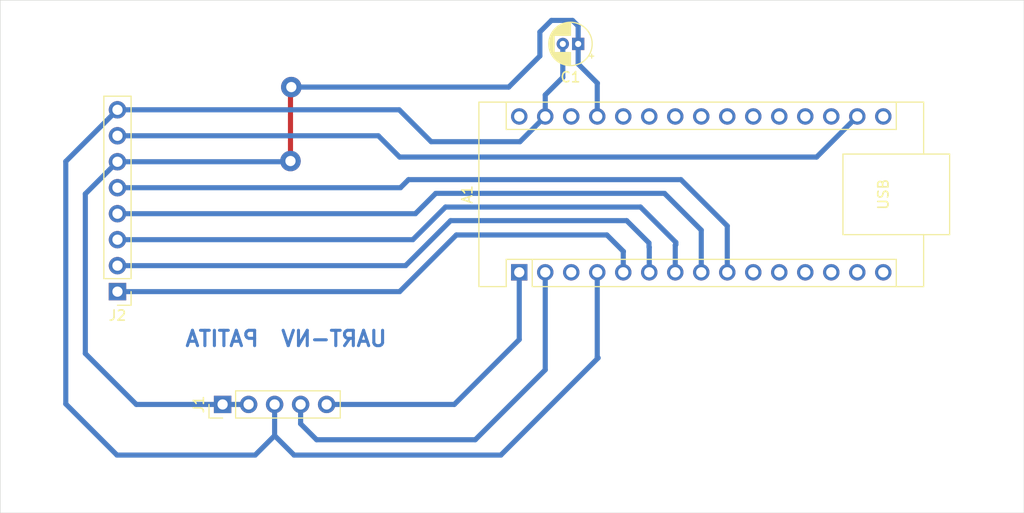
<source format=kicad_pcb>
(kicad_pcb (version 20240108) (generator "pcbnew") (generator_version "8.0")
  (layers (0 "F.Cu" signal) (31 "B.Cu" signal) (34 "B.Paste" user) (35 "F.Paste" user) (36 "B.SilkS" user "B.Silkscreen") (37 "F.SilkS" user "F.Silkscreen") (38 "B.Mask" user) (39 "F.Mask" user) (44 "Edge.Cuts" user))
  (net 0 "")
  (net 1 "D6")
  (net 5 "D2")
  (net 6 "GND")
  (net 9 "3.3V")
  (net 11 "5V")
  (net 16 "D5")
  (net 17 "D3")
  (net 19 "TX")
  (net 22 "D4")
  (net 29 "RX")
  (footprint "Connector_PinHeader_2.54mm:PinHeader_1x08_P2.54mm_Vertical" (layer "F.Cu") (at 98.11 86.85 180)
    (property "Reference" "J2" (at 0 -2.33 180) (layer "F.SilkS"))
    (property "Value" "Conn_01x08")
    (fp_line (start 1.33 1.27) (end 1.33 19.11) (stroke (width 0.12)) (layer "F.SilkS"))
    (fp_line (start -1.33 19.11) (end 1.33 19.11) (stroke (width 0.12)) (layer "F.SilkS"))
    (fp_line (start -1.33 1.27) (end 1.33 1.27) (stroke (width 0.12)) (layer "F.SilkS"))
    (fp_line (start -1.33 1.27) (end -1.33 19.11) (stroke (width 0.12)) (layer "F.SilkS"))
    (fp_line (start -1.33 0) (end -1.33 -1.33) (stroke (width 0.12)) (layer "F.SilkS"))
    (fp_line (start -1.33 -1.33) (end 0 -1.33) (stroke (width 0.12)) (layer "F.SilkS"))
    (pad "1" thru_hole rect (at 0 0 180) (size 1.7 1.7) (drill 1) (layers "*.Cu" "*.Mask") (net 5 "D2"))
    (pad "2" thru_hole oval (at 0 2.54 180) (size 1.7 1.7) (drill 1) (layers "*.Cu" "*.Mask") (net 17 "D3"))
    (pad "3" thru_hole oval (at 0 5.08 180) (size 1.7 1.7) (drill 1) (layers "*.Cu" "*.Mask") (net 22 "D4"))
    (pad "4" thru_hole oval (at 0 7.62 180) (size 1.7 1.7) (drill 1) (layers "*.Cu" "*.Mask") (net 16 "D5"))
    (pad "5" thru_hole oval (at 0 10.16 180) (size 1.7 1.7) (drill 1) (layers "*.Cu" "*.Mask") (net 1 "D6"))
    (pad "6" thru_hole oval (at 0 12.7 180) (size 1.7 1.7) (drill 1) (layers "*.Cu" "*.Mask") (net 11 "5V"))
    (pad "7" thru_hole oval (at 0 15.24 180) (size 1.7 1.7) (drill 1) (layers "*.Cu" "*.Mask") (net 9 "3.3V"))
    (pad "8" thru_hole oval (at 0 17.78 180) (size 1.7 1.7) (drill 1) (layers "*.Cu" "*.Mask") (net 6 "GND"))
  )
  (footprint "Connector_PinHeader_2.54mm:PinHeader_1x05_P2.54mm_Vertical" (layer "F.Cu") (at 108.38 97.88 90)
    (property "Reference" "J1" (at 0 -2.33 -90) (layer "F.SilkS"))
    (property "Value" "Jetson_Header")
    (fp_line (start -1.33 -1.33) (end 0 -1.33) (stroke (width 0.12)) (layer "F.SilkS"))
    (fp_line (start -1.33 0) (end -1.33 -1.33) (stroke (width 0.12)) (layer "F.SilkS"))
    (fp_line (start 1.33 1.27) (end 1.33 11.49) (stroke (width 0.12)) (layer "F.SilkS"))
    (fp_line (start -1.33 1.27) (end 1.33 1.27) (stroke (width 0.12)) (layer "F.SilkS"))
    (fp_line (start -1.33 1.27) (end -1.33 11.49) (stroke (width 0.12)) (layer "F.SilkS"))
    (fp_line (start -1.33 11.49) (end 1.33 11.49) (stroke (width 0.12)) (layer "F.SilkS"))
    (pad "1" thru_hole rect (at 0 0 90) (size 1.7 1.7) (drill 1) (layers "*.Cu" "*.Mask") (net 11 "5V"))
    (pad "2" thru_hole oval (at 0 2.54 90) (size 1.7 1.7) (drill 1) (layers "*.Cu" "*.Mask") (net 11 "5V"))
    (pad "3" thru_hole oval (at 0 5.08 90) (size 1.7 1.7) (drill 1) (layers "*.Cu" "*.Mask") (net 6 "GND"))
    (pad "4" thru_hole oval (at 0 7.62 90) (size 1.7 1.7) (drill 1) (layers "*.Cu" "*.Mask") (net 19 "TX"))
    (pad "5" thru_hole oval (at 0 10.16 90) (size 1.7 1.7) (drill 1) (layers "*.Cu" "*.Mask") (net 29 "RX"))
  )
  (footprint "Module:Arduino_Nano" (layer "F.Cu") (at 137.355199 84.96 90)
    (property "Reference" "A1" (at 7.62 -5.08 -90) (layer "F.SilkS"))
    (property "Value" "Arduino_Nano_v2.x")
    (fp_line (start 16.64 -3.94) (end -1.4 -3.94) (stroke (width 0.12)) (layer "F.SilkS"))
    (fp_line (start -1.4 -3.94) (end -1.4 -1.27) (stroke (width 0.12)) (layer "F.SilkS"))
    (fp_line (start 13.97 -1.27) (end 16.64 -1.27) (stroke (width 0.12)) (layer "F.SilkS"))
    (fp_line (start 13.97 -1.27) (end 13.97 36.83) (stroke (width 0.12)) (layer "F.SilkS"))
    (fp_line (start 1.27 -1.27) (end -1.4 -1.27) (stroke (width 0.12)) (layer "F.SilkS"))
    (fp_line (start 1.27 1.27) (end 1.27 -1.27) (stroke (width 0.12)) (layer "F.SilkS"))
    (fp_line (start 1.27 1.27) (end -1.4 1.27) (stroke (width 0.12)) (layer "F.SilkS"))
    (fp_line (start 1.27 1.27) (end 1.27 36.83) (stroke (width 0.12)) (layer "F.SilkS"))
    (fp_line (start -1.4 1.27) (end -1.4 39.5) (stroke (width 0.12)) (layer "F.SilkS"))
    (fp_line (start 11.56 31.62) (end 11.56 42.04) (stroke (width 0.12)) (layer "F.SilkS"))
    (fp_line (start 3.68 31.62) (end 11.56 31.62) (stroke (width 0.12)) (layer "F.SilkS"))
    (fp_line (start 13.97 36.83) (end 16.64 36.83) (stroke (width 0.12)) (layer "F.SilkS"))
    (fp_line (start 1.27 36.83) (end -1.4 36.83) (stroke (width 0.12)) (layer "F.SilkS"))
    (fp_line (start 16.64 39.5) (end 16.64 -3.94) (stroke (width 0.12)) (layer "F.SilkS"))
    (fp_line (start 16.64 39.5) (end 11.56 39.5) (stroke (width 0.12)) (layer "F.SilkS"))
    (fp_line (start -1.4 39.5) (end 3.68 39.5) (stroke (width 0.12)) (layer "F.SilkS"))
    (fp_line (start 11.56 42.04) (end 3.68 42.04) (stroke (width 0.12)) (layer "F.SilkS"))
    (fp_line (start 3.68 42.04) (end 3.68 31.62) (stroke (width 0.12)) (layer "F.SilkS"))
    (fp_text user "USB" (at 7.62 35.56 90) (layer "F.SilkS"))
    (pad "1" thru_hole rect (at 0 0 90) (size 1.6 1.6) (drill 1) (layers "*.Cu" "*.Mask") (net 29 "RX"))
    (pad "2" thru_hole oval (at 0 2.54 90) (size 1.6 1.6) (drill 1) (layers "*.Cu" "*.Mask") (net 19 "TX"))
    (pad "3" thru_hole oval (at 0 5.08 90) (size 1.6 1.6) (drill 1) (layers "*.Cu" "*.Mask"))
    (pad "4" thru_hole oval (at 0 7.62 90) (size 1.6 1.6) (drill 1) (layers "*.Cu" "*.Mask") (net 6 "GND"))
    (pad "5" thru_hole oval (at 0 10.16 90) (size 1.6 1.6) (drill 1) (layers "*.Cu" "*.Mask") (net 5 "D2"))
    (pad "6" thru_hole oval (at 0 12.7 90) (size 1.6 1.6) (drill 1) (layers "*.Cu" "*.Mask") (net 17 "D3"))
    (pad "7" thru_hole oval (at 0 15.24 90) (size 1.6 1.6) (drill 1) (layers "*.Cu" "*.Mask") (net 22 "D4"))
    (pad "8" thru_hole oval (at 0 17.78 90) (size 1.6 1.6) (drill 1) (layers "*.Cu" "*.Mask") (net 16 "D5"))
    (pad "9" thru_hole oval (at 0 20.32 90) (size 1.6 1.6) (drill 1) (layers "*.Cu" "*.Mask") (net 1 "D6"))
    (pad "10" thru_hole oval (at 0 22.86 90) (size 1.6 1.6) (drill 1) (layers "*.Cu" "*.Mask"))
    (pad "11" thru_hole oval (at 0 25.4 90) (size 1.6 1.6) (drill 1) (layers "*.Cu" "*.Mask"))
    (pad "12" thru_hole oval (at 0 27.94 90) (size 1.6 1.6) (drill 1) (layers "*.Cu" "*.Mask"))
    (pad "13" thru_hole oval (at 0 30.48 90) (size 1.6 1.6) (drill 1) (layers "*.Cu" "*.Mask"))
    (pad "14" thru_hole oval (at 0 33.02 90) (size 1.6 1.6) (drill 1) (layers "*.Cu" "*.Mask"))
    (pad "15" thru_hole oval (at 0 35.56 90) (size 1.6 1.6) (drill 1) (layers "*.Cu" "*.Mask"))
    (pad "16" thru_hole oval (at 15.24 35.56 90) (size 1.6 1.6) (drill 1) (layers "*.Cu" "*.Mask"))
    (pad "17" thru_hole oval (at 15.24 33.02 90) (size 1.6 1.6) (drill 1) (layers "*.Cu" "*.Mask") (net 9 "3.3V"))
    (pad "18" thru_hole oval (at 15.24 30.48 90) (size 1.6 1.6) (drill 1) (layers "*.Cu" "*.Mask"))
    (pad "19" thru_hole oval (at 15.24 27.94 90) (size 1.6 1.6) (drill 1) (layers "*.Cu" "*.Mask"))
    (pad "20" thru_hole oval (at 15.24 25.4 90) (size 1.6 1.6) (drill 1) (layers "*.Cu" "*.Mask"))
    (pad "21" thru_hole oval (at 15.24 22.86 90) (size 1.6 1.6) (drill 1) (layers "*.Cu" "*.Mask"))
    (pad "22" thru_hole oval (at 15.24 20.32 90) (size 1.6 1.6) (drill 1) (layers "*.Cu" "*.Mask"))
    (pad "23" thru_hole oval (at 15.24 17.78 90) (size 1.6 1.6) (drill 1) (layers "*.Cu" "*.Mask"))
    (pad "24" thru_hole oval (at 15.24 15.24 90) (size 1.6 1.6) (drill 1) (layers "*.Cu" "*.Mask"))
    (pad "25" thru_hole oval (at 15.24 12.7 90) (size 1.6 1.6) (drill 1) (layers "*.Cu" "*.Mask"))
    (pad "26" thru_hole oval (at 15.24 10.16 90) (size 1.6 1.6) (drill 1) (layers "*.Cu" "*.Mask"))
    (pad "27" thru_hole oval (at 15.24 7.62 90) (size 1.6 1.6) (drill 1) (layers "*.Cu" "*.Mask") (net 11 "5V"))
    (pad "28" thru_hole oval (at 15.24 5.08 90) (size 1.6 1.6) (drill 1) (layers "*.Cu" "*.Mask"))
    (pad "29" thru_hole oval (at 15.24 2.54 90) (size 1.6 1.6) (drill 1) (layers "*.Cu" "*.Mask") (net 6 "GND"))
    (pad "30" thru_hole oval (at 15.24 0 90) (size 1.6 1.6) (drill 1) (layers "*.Cu" "*.Mask"))
  )
  (footprint "Capacitor_THT:CP_Radial_D4.0mm_P1.50mm" (layer "F.Cu") (at 143.11 62.63 180)
    (property "Reference" "C1" (at 0.75 -3.25 180) (layer "F.SilkS"))
    (property "Value" "C_Polarized")
    (fp_line (start 2.831 -0.37) (end 2.831 0.37) (stroke (width 0.12)) (layer "F.SilkS"))
    (fp_line (start 2.791 -0.537) (end 2.791 0.537) (stroke (width 0.12)) (layer "F.SilkS"))
    (fp_line (start 2.751 -0.664) (end 2.751 0.664) (stroke (width 0.12)) (layer "F.SilkS"))
    (fp_line (start 2.711 -0.768) (end 2.711 0.768) (stroke (width 0.12)) (layer "F.SilkS"))
    (fp_line (start 2.671 -0.859) (end 2.671 0.859) (stroke (width 0.12)) (layer "F.SilkS"))
    (fp_line (start 2.631 -0.94) (end 2.631 0.94) (stroke (width 0.12)) (layer "F.SilkS"))
    (fp_line (start 2.591 -1.013) (end 2.591 1.013) (stroke (width 0.12)) (layer "F.SilkS"))
    (fp_line (start 2.551 -1.08) (end 2.551 1.08) (stroke (width 0.12)) (layer "F.SilkS"))
    (fp_line (start 2.511 -1.142) (end 2.511 1.142) (stroke (width 0.12)) (layer "F.SilkS"))
    (fp_line (start 2.471 -1.2) (end 2.471 1.2) (stroke (width 0.12)) (layer "F.SilkS"))
    (fp_line (start 2.431 -1.254) (end 2.431 1.254) (stroke (width 0.12)) (layer "F.SilkS"))
    (fp_line (start 2.391 -1.304) (end 2.391 1.304) (stroke (width 0.12)) (layer "F.SilkS"))
    (fp_line (start 2.351 -1.351) (end 2.351 1.351) (stroke (width 0.12)) (layer "F.SilkS"))
    (fp_line (start 2.311 0.84) (end 2.311 1.396) (stroke (width 0.12)) (layer "F.SilkS"))
    (fp_line (start 2.311 -1.396) (end 2.311 -0.84) (stroke (width 0.12)) (layer "F.SilkS"))
    (fp_line (start 2.271 0.84) (end 2.271 1.438) (stroke (width 0.12)) (layer "F.SilkS"))
    (fp_line (start 2.271 -1.438) (end 2.271 -0.84) (stroke (width 0.12)) (layer "F.SilkS"))
    (fp_line (start 2.231 0.84) (end 2.231 1.478) (stroke (width 0.12)) (layer "F.SilkS"))
    (fp_line (start 2.231 -1.478) (end 2.231 -0.84) (stroke (width 0.12)) (layer "F.SilkS"))
    (fp_line (start 2.191 0.84) (end 2.191 1.516) (stroke (width 0.12)) (layer "F.SilkS"))
    (fp_line (start 2.191 -1.516) (end 2.191 -0.84) (stroke (width 0.12)) (layer "F.SilkS"))
    (fp_line (start 2.151 0.84) (end 2.151 1.552) (stroke (width 0.12)) (layer "F.SilkS"))
    (fp_line (start 2.151 -1.552) (end 2.151 -0.84) (stroke (width 0.12)) (layer "F.SilkS"))
    (fp_line (start 2.111 0.84) (end 2.111 1.587) (stroke (width 0.12)) (layer "F.SilkS"))
    (fp_line (start 2.111 -1.587) (end 2.111 -0.84) (stroke (width 0.12)) (layer "F.SilkS"))
    (fp_line (start 2.071 0.84) (end 2.071 1.619) (stroke (width 0.12)) (layer "F.SilkS"))
    (fp_line (start 2.071 -1.619) (end 2.071 -0.84) (stroke (width 0.12)) (layer "F.SilkS"))
    (fp_line (start 2.031 0.84) (end 2.031 1.65) (stroke (width 0.12)) (layer "F.SilkS"))
    (fp_line (start 2.031 -1.65) (end 2.031 -0.84) (stroke (width 0.12)) (layer "F.SilkS"))
    (fp_line (start 1.991 0.84) (end 1.991 1.68) (stroke (width 0.12)) (layer "F.SilkS"))
    (fp_line (start 1.991 -1.68) (end 1.991 -0.84) (stroke (width 0.12)) (layer "F.SilkS"))
    (fp_line (start 1.951 0.84) (end 1.951 1.708) (stroke (width 0.12)) (layer "F.SilkS"))
    (fp_line (start 1.951 -1.708) (end 1.951 -0.84) (stroke (width 0.12)) (layer "F.SilkS"))
    (fp_line (start 1.911 0.84) (end 1.911 1.735) (stroke (width 0.12)) (layer "F.SilkS"))
    (fp_line (start 1.911 -1.735) (end 1.911 -0.84) (stroke (width 0.12)) (layer "F.SilkS"))
    (fp_line (start 1.871 0.84) (end 1.871 1.76) (stroke (width 0.12)) (layer "F.SilkS"))
    (fp_line (start 1.871 -1.76) (end 1.871 -0.84) (stroke (width 0.12)) (layer "F.SilkS"))
    (fp_line (start 1.831 0.84) (end 1.831 1.785) (stroke (width 0.12)) (layer "F.SilkS"))
    (fp_line (start 1.831 -1.785) (end 1.831 -0.84) (stroke (width 0.12)) (layer "F.SilkS"))
    (fp_line (start 1.791 0.84) (end 1.791 1.808) (stroke (width 0.12)) (layer "F.SilkS"))
    (fp_line (start 1.791 -1.808) (end 1.791 -0.84) (stroke (width 0.12)) (layer "F.SilkS"))
    (fp_line (start 1.751 0.84) (end 1.751 1.83) (stroke (width 0.12)) (layer "F.SilkS"))
    (fp_line (start 1.751 -1.83) (end 1.751 -0.84) (stroke (width 0.12)) (layer "F.SilkS"))
    (fp_line (start 1.711 0.84) (end 1.711 1.851) (stroke (width 0.12)) (layer "F.SilkS"))
    (fp_line (start 1.711 -1.851) (end 1.711 -0.84) (stroke (width 0.12)) (layer "F.SilkS"))
    (fp_line (start 1.671 0.84) (end 1.671 1.87) (stroke (width 0.12)) (layer "F.SilkS"))
    (fp_line (start 1.671 -1.87) (end 1.671 -0.84) (stroke (width 0.12)) (layer "F.SilkS"))
    (fp_line (start 1.631 0.84) (end 1.631 1.889) (stroke (width 0.12)) (layer "F.SilkS"))
    (fp_line (start 1.631 -1.889) (end 1.631 -0.84) (stroke (width 0.12)) (layer "F.SilkS"))
    (fp_line (start 1.591 0.84) (end 1.591 1.907) (stroke (width 0.12)) (layer "F.SilkS"))
    (fp_line (start 1.591 -1.907) (end 1.591 -0.84) (stroke (width 0.12)) (layer "F.SilkS"))
    (fp_line (start 1.551 0.84) (end 1.551 1.924) (stroke (width 0.12)) (layer "F.SilkS"))
    (fp_line (start 1.551 -1.924) (end 1.551 -0.84) (stroke (width 0.12)) (layer "F.SilkS"))
    (fp_line (start 1.511 0.84) (end 1.511 1.94) (stroke (width 0.12)) (layer "F.SilkS"))
    (fp_line (start 1.511 -1.94) (end 1.511 -0.84) (stroke (width 0.12)) (layer "F.SilkS"))
    (fp_line (start 1.471 0.84) (end 1.471 1.954) (stroke (width 0.12)) (layer "F.SilkS"))
    (fp_line (start 1.471 -1.954) (end 1.471 -0.84) (stroke (width 0.12)) (layer "F.SilkS"))
    (fp_line (start 1.43 0.84) (end 1.43 1.968) (stroke (width 0.12)) (layer "F.SilkS"))
    (fp_line (start 1.43 -1.968) (end 1.43 -0.84) (stroke (width 0.12)) (layer "F.SilkS"))
    (fp_line (start 1.39 0.84) (end 1.39 1.982) (stroke (width 0.12)) (layer "F.SilkS"))
    (fp_line (start 1.39 -1.982) (end 1.39 -0.84) (stroke (width 0.12)) (layer "F.SilkS"))
    (fp_line (start 1.35 0.84) (end 1.35 1.994) (stroke (width 0.12)) (layer "F.SilkS"))
    (fp_line (start 1.35 -1.994) (end 1.35 -0.84) (stroke (width 0.12)) (layer "F.SilkS"))
    (fp_line (start 1.31 0.84) (end 1.31 2.005) (stroke (width 0.12)) (layer "F.SilkS"))
    (fp_line (start 1.31 -2.005) (end 1.31 -0.84) (stroke (width 0.12)) (layer "F.SilkS"))
    (fp_line (start 1.27 0.84) (end 1.27 2.016) (stroke (width 0.12)) (layer "F.SilkS"))
    (fp_line (start 1.27 -2.016) (end 1.27 -0.84) (stroke (width 0.12)) (layer "F.SilkS"))
    (fp_line (start 1.23 0.84) (end 1.23 2.025) (stroke (width 0.12)) (layer "F.SilkS"))
    (fp_line (start 1.23 -2.025) (end 1.23 -0.84) (stroke (width 0.12)) (layer "F.SilkS"))
    (fp_line (start 1.19 0.84) (end 1.19 2.034) (stroke (width 0.12)) (layer "F.SilkS"))
    (fp_line (start 1.19 -2.034) (end 1.19 -0.84) (stroke (width 0.12)) (layer "F.SilkS"))
    (fp_line (start 1.15 0.84) (end 1.15 2.042) (stroke (width 0.12)) (layer "F.SilkS"))
    (fp_line (start 1.15 -2.042) (end 1.15 -0.84) (stroke (width 0.12)) (layer "F.SilkS"))
    (fp_line (start 1.11 0.84) (end 1.11 2.05) (stroke (width 0.12)) (layer "F.SilkS"))
    (fp_line (start 1.11 -2.05) (end 1.11 -0.84) (stroke (width 0.12)) (layer "F.SilkS"))
    (fp_line (start 1.07 0.84) (end 1.07 2.056) (stroke (width 0.12)) (layer "F.SilkS"))
    (fp_line (start 1.07 -2.056) (end 1.07 -0.84) (stroke (width 0.12)) (layer "F.SilkS"))
    (fp_line (start 1.03 0.84) (end 1.03 2.062) (stroke (width 0.12)) (layer "F.SilkS"))
    (fp_line (start 1.03 -2.062) (end 1.03 -0.84) (stroke (width 0.12)) (layer "F.SilkS"))
    (fp_line (start 0.99 0.84) (end 0.99 2.067) (stroke (width 0.12)) (layer "F.SilkS"))
    (fp_line (start 0.99 -2.067) (end 0.99 -0.84) (stroke (width 0.12)) (layer "F.SilkS"))
    (fp_line (start 0.95 0.84) (end 0.95 2.071) (stroke (width 0.12)) (layer "F.SilkS"))
    (fp_line (start 0.95 -2.071) (end 0.95 -0.84) (stroke (width 0.12)) (layer "F.SilkS"))
    (fp_line (start 0.91 0.84) (end 0.91 2.074) (stroke (width 0.12)) (layer "F.SilkS"))
    (fp_line (start 0.91 -2.074) (end 0.91 -0.84) (stroke (width 0.12)) (layer "F.SilkS"))
    (fp_line (start 0.87 0.84) (end 0.87 2.077) (stroke (width 0.12)) (layer "F.SilkS"))
    (fp_line (start 0.87 -2.077) (end 0.87 -0.84) (stroke (width 0.12)) (layer "F.SilkS"))
    (fp_line (start 0.83 0.84) (end 0.83 2.079) (stroke (width 0.12)) (layer "F.SilkS"))
    (fp_line (start 0.83 -2.079) (end 0.83 -0.84) (stroke (width 0.12)) (layer "F.SilkS"))
    (fp_line (start 0.79 0.84) (end 0.79 2.08) (stroke (width 0.12)) (layer "F.SilkS"))
    (fp_line (start 0.79 -2.08) (end 0.79 -0.84) (stroke (width 0.12)) (layer "F.SilkS"))
    (fp_line (start 0.75 0.84) (end 0.75 2.08) (stroke (width 0.12)) (layer "F.SilkS"))
    (fp_line (start 0.75 -2.08) (end 0.75 -0.84) (stroke (width 0.12)) (layer "F.SilkS"))
    (fp_line (start -1.319801 -1.395) (end -1.319801 -0.995) (stroke (width 0.12)) (layer "F.SilkS"))
    (fp_line (start -1.519801 -1.195) (end -1.119801 -1.195) (stroke (width 0.12)) (layer "F.SilkS"))
    (fp_circle (center 0.75 0) (end 2.87 0) (stroke (width 0.12)) (fill none) (layer "F.SilkS"))
    (pad "1" thru_hole rect (at 0 0 180) (size 1.2 1.2) (drill 0.6) (layers "*.Cu" "*.Mask") (net 11 "5V"))
    (pad "2" thru_hole circle (at 1.5 0 180) (size 1.2 1.2) (drill 0.6) (layers "*.Cu" "*.Mask") (net 6 "GND"))
  )
  (gr_rect (start 86.66 58.36) (end 186.66 108.49) (stroke (width 0.05)) (fill none) (layer "Edge.Cuts"))
  (gr_text "UART-NV  PATITA" (at 124.56 92.33 0) (layer "B.Cu") (effects (font (size 1.5 1.5) (thickness 0.3) (bold yes)) (justify left bottom mirror)))
  (segment (start 126.54 75.9) (end 153.15 75.9) (width 0.5) (layer "B.Cu") (net 1))
  (segment (start 98.11 76.69) (end 125.75 76.69) (width 0.5) (layer "B.Cu") (net 1))
  (segment (start 153.15 75.9) (end 157.675199 80.425199) (width 0.5) (layer "B.Cu") (net 1))
  (segment (start 157.675199 80.425199) (end 157.675199 84.96) (width 0.5) (layer "B.Cu") (net 1))
  (segment (start 125.75 76.69) (end 126.54 75.9) (width 0.5) (layer "B.Cu") (net 1))
  (segment (start 147.53 82.92) (end 147.515199 82.934801) (width 0.5) (layer "B.Cu") (net 5))
  (segment (start 98.11 86.85) (end 125.67 86.85) (width 0.5) (layer "B.Cu") (net 5))
  (segment (start 147.515199 82.934801) (end 147.515199 84.96) (width 0.5) (layer "B.Cu") (net 5))
  (segment (start 125.67 86.85) (end 131.21 81.31) (width 0.5) (layer "B.Cu") (net 5))
  (segment (start 131.21 81.31) (end 145.92 81.31) (width 0.5) (layer "B.Cu") (net 5))
  (segment (start 145.92 81.31) (end 147.53 82.92) (width 0.5) (layer "B.Cu") (net 5))
  (segment (start 137.425199 72.19) (end 139.895199 69.72) (width 0.5) (layer "B.Cu") (net 6))
  (segment (start 144.975199 93.245199) (end 144.975199 84.96) (width 0.5) (layer "B.Cu") (net 6))
  (segment (start 115.36 102.83) (end 135.56 102.83) (width 0.5) (layer "B.Cu") (net 6))
  (segment (start 93.06 74.12) (end 93.06 97.83) (width 0.5) (layer "B.Cu") (net 6))
  (segment (start 113.46 100.93) (end 115.36 102.83) (width 0.5) (layer "B.Cu") (net 6))
  (segment (start 145.06 93.33) (end 144.975199 93.245199) (width 0.5) (layer "B.Cu") (net 6))
  (segment (start 141.61 62.63) (end 141.61 65.9) (width 0.5) (layer "B.Cu") (net 6))
  (segment (start 93.06 97.83) (end 98.06 102.83) (width 0.5) (layer "B.Cu") (net 6))
  (segment (start 98.06 102.83) (end 111.56 102.83) (width 0.5) (layer "B.Cu") (net 6))
  (segment (start 141.61 65.9) (end 139.895199 67.614801) (width 0.5) (layer "B.Cu") (net 6))
  (segment (start 135.56 102.83) (end 145.06 93.33) (width 0.5) (layer "B.Cu") (net 6))
  (segment (start 113.46 100.93) (end 113.46 97.88) (width 0.5) (layer "B.Cu") (net 6))
  (segment (start 128.75 72.19) (end 137.425199 72.19) (width 0.5) (layer "B.Cu") (net 6))
  (segment (start 98.11 69.07) (end 125.63 69.07) (width 0.5) (layer "B.Cu") (net 6))
  (segment (start 111.56 102.83) (end 113.46 100.93) (width 0.5) (layer "B.Cu") (net 6))
  (segment (start 125.63 69.07) (end 128.75 72.19) (width 0.5) (layer "B.Cu") (net 6))
  (segment (start 98.11 69.07) (end 93.06 74.12) (width 0.5) (layer "B.Cu") (net 6))
  (segment (start 139.895199 67.614801) (end 139.895199 69.72) (width 0.5) (layer "B.Cu") (net 6))
  (segment (start 166.405199 73.69) (end 170.375199 69.72) (width 0.5) (layer "B.Cu") (net 9))
  (segment (start 98.11 71.61) (end 123.59 71.61) (width 0.5) (layer "B.Cu") (net 9))
  (segment (start 125.67 73.69) (end 166.405199 73.69) (width 0.5) (layer "B.Cu") (net 9))
  (segment (start 123.59 71.61) (end 125.67 73.69) (width 0.5) (layer "B.Cu") (net 9))
  (segment (start 115.01 66.93) (end 115.09 66.85) (width 0.5) (layer "F.Cu") (net 11))
  (segment (start 115.01 74.08) (end 115.01 66.93) (width 0.5) (layer "F.Cu") (net 11))
  (via (at 115.09 66.85) (size 2) (drill 1) (layers "F.Cu" "B.Cu") (net 11))
  (via (at 115.01 74.08) (size 2) (drill 1) (layers "F.Cu" "B.Cu") (net 11))
  (segment (start 108.38 97.88) (end 99.95 97.88) (width 0.5) (layer "B.Cu") (net 11))
  (segment (start 144.99 66.47) (end 144.975199 66.484801) (width 0.5) (layer "B.Cu") (net 11))
  (segment (start 94.97 77.29) (end 94.97 92.9) (width 0.5) (layer "B.Cu") (net 11))
  (segment (start 143.11 62.63) (end 143.11 64.59) (width 0.5) (layer "B.Cu") (net 11))
  (segment (start 143.11 64.59) (end 144.99 66.47) (width 0.5) (layer "B.Cu") (net 11))
  (segment (start 99.95 97.88) (end 94.97 92.9) (width 0.5) (layer "B.Cu") (net 11))
  (segment (start 144.975199 66.484801) (end 144.975199 69.72) (width 0.5) (layer "B.Cu") (net 11))
  (segment (start 98.11 74.15) (end 114.94 74.15) (width 0.5) (layer "B.Cu") (net 11))
  (segment (start 140.5 60.33) (end 139.37 61.46) (width 0.5) (layer "B.Cu") (net 11))
  (segment (start 110.92 97.88) (end 108.38 97.88) (width 0.5) (layer "B.Cu") (net 11))
  (segment (start 143.11 62.63) (end 143.11 60.88) (width 0.5) (layer "B.Cu") (net 11))
  (segment (start 98.11 74.15) (end 94.97 77.29) (width 0.5) (layer "B.Cu") (net 11))
  (segment (start 142.56 60.33) (end 140.5 60.33) (width 0.5) (layer "B.Cu") (net 11))
  (segment (start 139.37 61.46) (end 139.37 63.81) (width 0.5) (layer "B.Cu") (net 11))
  (segment (start 139.37 63.81) (end 136.33 66.85) (width 0.5) (layer "B.Cu") (net 11))
  (segment (start 136.33 66.85) (end 115.09 66.85) (width 0.5) (layer "B.Cu") (net 11))
  (segment (start 114.94 74.15) (end 115.01 74.08) (width 0.5) (layer "B.Cu") (net 11))
  (segment (start 143.11 60.88) (end 142.56 60.33) (width 0.5) (layer "B.Cu") (net 11))
  (segment (start 155.135199 80.835199) (end 155.135199 84.96) (width 0.5) (layer "B.Cu") (net 16))
  (segment (start 98.11 79.23) (end 127.21 79.23) (width 0.5) (layer "B.Cu") (net 16))
  (segment (start 129.2 77.24) (end 151.54 77.24) (width 0.5) (layer "B.Cu") (net 16))
  (segment (start 151.54 77.24) (end 155.135199 80.835199) (width 0.5) (layer "B.Cu") (net 16))
  (segment (start 127.21 79.23) (end 129.2 77.24) (width 0.5) (layer "B.Cu") (net 16))
  (segment (start 150.03 82.09) (end 150.03 82.48) (width 0.5) (layer "B.Cu") (net 17))
  (segment (start 126.25 84.31) (end 130.65 79.91) (width 0.5) (layer "B.Cu") (net 17))
  (segment (start 130.65 79.91) (end 147.85 79.91) (width 0.5) (layer "B.Cu") (net 17))
  (segment (start 150.055199 82.505199) (end 150.055199 84.96) (width 0.5) (layer "B.Cu") (net 17))
  (segment (start 98.11 84.31) (end 126.25 84.31) (width 0.5) (layer "B.Cu") (net 17))
  (segment (start 150.03 82.48) (end 150.055199 82.505199) (width 0.5) (layer "B.Cu") (net 17))
  (segment (start 147.85 79.91) (end 150.03 82.09) (width 0.5) (layer "B.Cu") (net 17))
  (segment (start 139.895199 94.494801) (end 133.06 101.33) (width 0.5) (layer "B.Cu") (net 19))
  (segment (start 117.56 101.33) (end 116 99.77) (width 0.5) (layer "B.Cu") (net 19))
  (segment (start 116 99.77) (end 116 97.88) (width 0.5) (layer "B.Cu") (net 19))
  (segment (start 133.06 101.33) (end 117.56 101.33) (width 0.5) (layer "B.Cu") (net 19))
  (segment (start 139.73 85.125199) (end 139.895199 84.96) (width 0.5) (layer "B.Cu") (net 19))
  (segment (start 139.895199 84.96) (end 139.895199 94.494801) (width 0.5) (layer "B.Cu") (net 19))
  (segment (start 130.15 78.58) (end 149.2 78.58) (width 0.5) (layer "B.Cu") (net 22))
  (segment (start 98.11 81.77) (end 126.96 81.77) (width 0.5) (layer "B.Cu") (net 22))
  (segment (start 152.595199 82.304801) (end 152.595199 84.96) (width 0.5) (layer "B.Cu") (net 22))
  (segment (start 152.65 82.25) (end 152.595199 82.304801) (width 0.5) (layer "B.Cu") (net 22))
  (segment (start 152.65 82.03) (end 152.65 82.25) (width 0.5) (layer "B.Cu") (net 22))
  (segment (start 149.2 78.58) (end 152.65 82.03) (width 0.5) (layer "B.Cu") (net 22))
  (segment (start 126.96 81.77) (end 130.15 78.58) (width 0.5) (layer "B.Cu") (net 22))
  (segment (start 137.355199 91.534801) (end 131.01 97.88) (width 0.5) (layer "B.Cu") (net 29))
  (segment (start 137 85.315199) (end 137.355199 84.96) (width 0.5) (layer "B.Cu") (net 29))
  (segment (start 131.01 97.88) (end 118.54 97.88) (width 0.5) (layer "B.Cu") (net 29))
  (segment (start 137.355199 84.96) (end 137.355199 91.534801) (width 0.5) (layer "B.Cu") (net 29))
)
</source>
